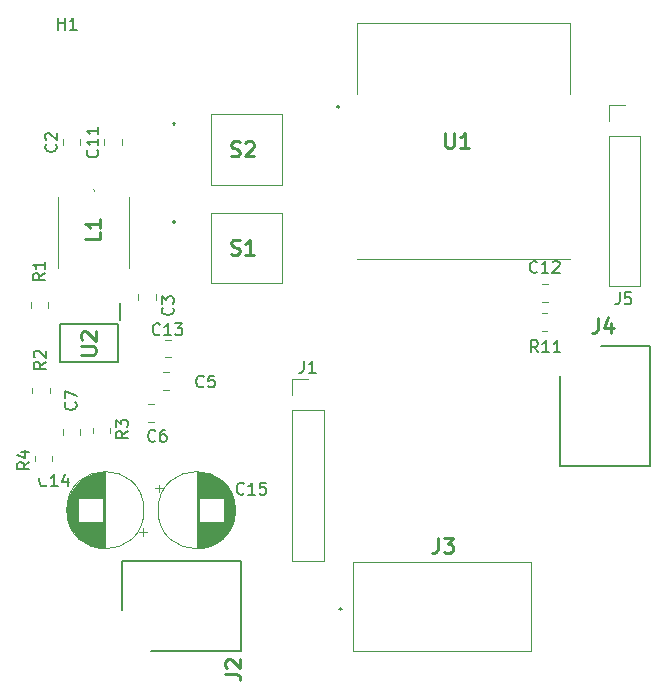
<source format=gto>
G04 #@! TF.GenerationSoftware,KiCad,Pcbnew,(5.1.8-0-10_14)*
G04 #@! TF.CreationDate,2021-08-13T20:39:07-06:00*
G04 #@! TF.ProjectId,ESP8266_Water_Sensor,45535038-3236-4365-9f57-617465725f53,rev?*
G04 #@! TF.SameCoordinates,Original*
G04 #@! TF.FileFunction,Legend,Top*
G04 #@! TF.FilePolarity,Positive*
%FSLAX46Y46*%
G04 Gerber Fmt 4.6, Leading zero omitted, Abs format (unit mm)*
G04 Created by KiCad (PCBNEW (5.1.8-0-10_14)) date 2021-08-13 20:39:07*
%MOMM*%
%LPD*%
G01*
G04 APERTURE LIST*
%ADD10C,0.200000*%
%ADD11C,0.100000*%
%ADD12C,0.120000*%
%ADD13C,0.254000*%
%ADD14C,0.150000*%
%ADD15C,3.716000*%
%ADD16O,1.801600X1.801600*%
%ADD17C,1.901600*%
%ADD18C,2.051600*%
%ADD19C,1.701600*%
G04 APERTURE END LIST*
D10*
X230600000Y-84069600D02*
X230600000Y-84069600D01*
X230800000Y-84069600D02*
X230800000Y-84069600D01*
X230600000Y-84069600D02*
X230600000Y-84069600D01*
D11*
X250300000Y-82969600D02*
X250300000Y-76969600D01*
X250300000Y-82969600D02*
X250300000Y-82969600D01*
X250300000Y-76969600D02*
X250300000Y-82969600D01*
X250300000Y-76969600D02*
X250300000Y-76969600D01*
X232300000Y-76969600D02*
X232300000Y-82969600D01*
X232300000Y-76969600D02*
X232300000Y-76969600D01*
X232300000Y-82969600D02*
X232300000Y-76969600D01*
X232300000Y-82969600D02*
X232300000Y-82969600D01*
X250300000Y-96969600D02*
X250300000Y-96969600D01*
X232300000Y-96969600D02*
X250300000Y-96969600D01*
X232300000Y-96969600D02*
X232300000Y-96969600D01*
X250300000Y-96969600D02*
X232300000Y-96969600D01*
X232300000Y-76969600D02*
X232300000Y-76969600D01*
X250300000Y-76969600D02*
X232300000Y-76969600D01*
X250300000Y-76969600D02*
X250300000Y-76969600D01*
X232300000Y-76969600D02*
X250300000Y-76969600D01*
D10*
X230800000Y-84069600D02*
G75*
G02*
X230600000Y-84069600I-100000J0D01*
G01*
X230600000Y-84069600D02*
G75*
G02*
X230800000Y-84069600I100000J0D01*
G01*
X230800000Y-84069600D02*
G75*
G02*
X230600000Y-84069600I-100000J0D01*
G01*
D12*
X207392600Y-87332452D02*
X207392600Y-86809948D01*
X208862600Y-87332452D02*
X208862600Y-86809948D01*
X215263400Y-100438852D02*
X215263400Y-99916348D01*
X213793400Y-100438852D02*
X213793400Y-99916348D01*
X215892748Y-106554600D02*
X216415252Y-106554600D01*
X215892748Y-108024600D02*
X216415252Y-108024600D01*
X214601248Y-109247000D02*
X215123752Y-109247000D01*
X214601248Y-110717000D02*
X215123752Y-110717000D01*
X207392600Y-111346348D02*
X207392600Y-111868852D01*
X208862600Y-111346348D02*
X208862600Y-111868852D01*
X248470052Y-100557000D02*
X247947548Y-100557000D01*
X248470052Y-99087000D02*
X247947548Y-99087000D01*
X226812800Y-107128000D02*
X228142800Y-107128000D01*
X226812800Y-108458000D02*
X226812800Y-107128000D01*
X226812800Y-109728000D02*
X229472800Y-109728000D01*
X229472800Y-109728000D02*
X229472800Y-122488000D01*
X226812800Y-109728000D02*
X226812800Y-122488000D01*
X226812800Y-122488000D02*
X229472800Y-122488000D01*
D10*
X214884000Y-130144400D02*
X222484000Y-130144400D01*
X222484000Y-130144400D02*
X222484000Y-122544400D01*
X222484000Y-122544400D02*
X212384000Y-122544400D01*
X212384000Y-122544400D02*
X212384000Y-126644400D01*
X257084000Y-104332400D02*
X252984000Y-104332400D01*
X257084000Y-114432400D02*
X257084000Y-104332400D01*
X249484000Y-114432400D02*
X257084000Y-114432400D01*
X249484000Y-106832400D02*
X249484000Y-114432400D01*
D12*
X253635200Y-99272400D02*
X256295200Y-99272400D01*
X253635200Y-86512400D02*
X253635200Y-99272400D01*
X256295200Y-86512400D02*
X256295200Y-99272400D01*
X253635200Y-86512400D02*
X256295200Y-86512400D01*
X253635200Y-85242400D02*
X253635200Y-83912400D01*
X253635200Y-83912400D02*
X254965200Y-83912400D01*
D11*
X210007200Y-91086400D02*
X210007200Y-91086400D01*
X210007200Y-91186400D02*
X210007200Y-91186400D01*
X207007200Y-91686400D02*
X207007200Y-97686400D01*
X213007200Y-91686400D02*
X213007200Y-97686400D01*
X210007200Y-91086400D02*
G75*
G03*
X210007200Y-91186400I0J-50000D01*
G01*
X210007200Y-91186400D02*
G75*
G03*
X210007200Y-91086400I0J50000D01*
G01*
D12*
X206170200Y-100610936D02*
X206170200Y-101065064D01*
X204700200Y-100610936D02*
X204700200Y-101065064D01*
X206271800Y-107875336D02*
X206271800Y-108329464D01*
X204801800Y-107875336D02*
X204801800Y-108329464D01*
X211402600Y-111682264D02*
X211402600Y-111228136D01*
X209932600Y-111682264D02*
X209932600Y-111228136D01*
X206475000Y-113615736D02*
X206475000Y-114069864D01*
X205005000Y-113615736D02*
X205005000Y-114069864D01*
X247956336Y-103020800D02*
X248410464Y-103020800D01*
X247956336Y-101550800D02*
X248410464Y-101550800D01*
D11*
X219910400Y-93012000D02*
X225910400Y-93012000D01*
X225910400Y-93012000D02*
X225910400Y-99012000D01*
X225910400Y-99012000D02*
X219910400Y-99012000D01*
X219910400Y-99012000D02*
X219910400Y-93012000D01*
D10*
X216810400Y-93712000D02*
X216810400Y-93712000D01*
X216810400Y-93912000D02*
X216810400Y-93912000D01*
X216810400Y-93712000D02*
G75*
G03*
X216810400Y-93912000I0J-100000D01*
G01*
X216810400Y-93912000D02*
G75*
G03*
X216810400Y-93712000I0J100000D01*
G01*
X216810400Y-85580800D02*
X216810400Y-85580800D01*
X216810400Y-85380800D02*
X216810400Y-85380800D01*
D11*
X219910400Y-90680800D02*
X219910400Y-84680800D01*
X225910400Y-90680800D02*
X219910400Y-90680800D01*
X225910400Y-84680800D02*
X225910400Y-90680800D01*
X219910400Y-84680800D02*
X225910400Y-84680800D01*
D10*
X216810400Y-85580800D02*
G75*
G03*
X216810400Y-85380800I0J100000D01*
G01*
X216810400Y-85380800D02*
G75*
G03*
X216810400Y-85580800I0J-100000D01*
G01*
X212206200Y-100639200D02*
X212206200Y-102139200D01*
X207176200Y-102489200D02*
X212076200Y-102489200D01*
X207176200Y-105689200D02*
X207176200Y-102489200D01*
X212076200Y-105689200D02*
X207176200Y-105689200D01*
X212076200Y-102489200D02*
X212076200Y-105689200D01*
D12*
X210897800Y-87332452D02*
X210897800Y-86809948D01*
X212367800Y-87332452D02*
X212367800Y-86809948D01*
X216045148Y-105281400D02*
X216567652Y-105281400D01*
X216045148Y-103811400D02*
X216567652Y-103811400D01*
D10*
X230792800Y-126593600D02*
X230792800Y-126593600D01*
X230992800Y-126593600D02*
X230992800Y-126593600D01*
D11*
X231992800Y-130093600D02*
X231992800Y-122593600D01*
X246992800Y-130093600D02*
X231992800Y-130093600D01*
X246992800Y-122593600D02*
X246992800Y-130093600D01*
X231992800Y-122593600D02*
X246992800Y-122593600D01*
D10*
X230792800Y-126593600D02*
G75*
G02*
X230992800Y-126593600I100000J0D01*
G01*
X230992800Y-126593600D02*
G75*
G02*
X230792800Y-126593600I-100000J0D01*
G01*
D12*
X214177641Y-120365600D02*
X214177641Y-119735600D01*
X214492641Y-120050600D02*
X213862641Y-120050600D01*
X207751400Y-118613600D02*
X207751400Y-117809600D01*
X207791400Y-118844600D02*
X207791400Y-117578600D01*
X207831400Y-119013600D02*
X207831400Y-117409600D01*
X207871400Y-119151600D02*
X207871400Y-117271600D01*
X207911400Y-119270600D02*
X207911400Y-117152600D01*
X207951400Y-119376600D02*
X207951400Y-117046600D01*
X207991400Y-119473600D02*
X207991400Y-116949600D01*
X208031400Y-119561600D02*
X208031400Y-116861600D01*
X208071400Y-119643600D02*
X208071400Y-116779600D01*
X208111400Y-119720600D02*
X208111400Y-116702600D01*
X208151400Y-119792600D02*
X208151400Y-116630600D01*
X208191400Y-119861600D02*
X208191400Y-116561600D01*
X208231400Y-119925600D02*
X208231400Y-116497600D01*
X208271400Y-119987600D02*
X208271400Y-116435600D01*
X208311400Y-120045600D02*
X208311400Y-116377600D01*
X208351400Y-120101600D02*
X208351400Y-116321600D01*
X208391400Y-120155600D02*
X208391400Y-116267600D01*
X208431400Y-120206600D02*
X208431400Y-116216600D01*
X208471400Y-120255600D02*
X208471400Y-116167600D01*
X208511400Y-120303600D02*
X208511400Y-116119600D01*
X208551400Y-120348600D02*
X208551400Y-116074600D01*
X208591400Y-120393600D02*
X208591400Y-116029600D01*
X208631400Y-120435600D02*
X208631400Y-115987600D01*
X208671400Y-120476600D02*
X208671400Y-115946600D01*
X208711400Y-117171600D02*
X208711400Y-115906600D01*
X208711400Y-120516600D02*
X208711400Y-119251600D01*
X208751400Y-117171600D02*
X208751400Y-115868600D01*
X208751400Y-120554600D02*
X208751400Y-119251600D01*
X208791400Y-117171600D02*
X208791400Y-115831600D01*
X208791400Y-120591600D02*
X208791400Y-119251600D01*
X208831400Y-117171600D02*
X208831400Y-115795600D01*
X208831400Y-120627600D02*
X208831400Y-119251600D01*
X208871400Y-117171600D02*
X208871400Y-115761600D01*
X208871400Y-120661600D02*
X208871400Y-119251600D01*
X208911400Y-117171600D02*
X208911400Y-115727600D01*
X208911400Y-120695600D02*
X208911400Y-119251600D01*
X208951400Y-117171600D02*
X208951400Y-115695600D01*
X208951400Y-120727600D02*
X208951400Y-119251600D01*
X208991400Y-117171600D02*
X208991400Y-115663600D01*
X208991400Y-120759600D02*
X208991400Y-119251600D01*
X209031400Y-117171600D02*
X209031400Y-115633600D01*
X209031400Y-120789600D02*
X209031400Y-119251600D01*
X209071400Y-117171600D02*
X209071400Y-115604600D01*
X209071400Y-120818600D02*
X209071400Y-119251600D01*
X209111400Y-117171600D02*
X209111400Y-115575600D01*
X209111400Y-120847600D02*
X209111400Y-119251600D01*
X209151400Y-117171600D02*
X209151400Y-115547600D01*
X209151400Y-120875600D02*
X209151400Y-119251600D01*
X209191400Y-117171600D02*
X209191400Y-115521600D01*
X209191400Y-120901600D02*
X209191400Y-119251600D01*
X209231400Y-117171600D02*
X209231400Y-115495600D01*
X209231400Y-120927600D02*
X209231400Y-119251600D01*
X209271400Y-117171600D02*
X209271400Y-115469600D01*
X209271400Y-120953600D02*
X209271400Y-119251600D01*
X209311400Y-117171600D02*
X209311400Y-115445600D01*
X209311400Y-120977600D02*
X209311400Y-119251600D01*
X209351400Y-117171600D02*
X209351400Y-115421600D01*
X209351400Y-121001600D02*
X209351400Y-119251600D01*
X209391400Y-117171600D02*
X209391400Y-115399600D01*
X209391400Y-121023600D02*
X209391400Y-119251600D01*
X209431400Y-117171600D02*
X209431400Y-115377600D01*
X209431400Y-121045600D02*
X209431400Y-119251600D01*
X209471400Y-117171600D02*
X209471400Y-115355600D01*
X209471400Y-121067600D02*
X209471400Y-119251600D01*
X209511400Y-117171600D02*
X209511400Y-115335600D01*
X209511400Y-121087600D02*
X209511400Y-119251600D01*
X209551400Y-117171600D02*
X209551400Y-115315600D01*
X209551400Y-121107600D02*
X209551400Y-119251600D01*
X209591400Y-117171600D02*
X209591400Y-115295600D01*
X209591400Y-121127600D02*
X209591400Y-119251600D01*
X209631400Y-117171600D02*
X209631400Y-115277600D01*
X209631400Y-121145600D02*
X209631400Y-119251600D01*
X209671400Y-117171600D02*
X209671400Y-115259600D01*
X209671400Y-121163600D02*
X209671400Y-119251600D01*
X209711400Y-117171600D02*
X209711400Y-115241600D01*
X209711400Y-121181600D02*
X209711400Y-119251600D01*
X209751400Y-117171600D02*
X209751400Y-115225600D01*
X209751400Y-121197600D02*
X209751400Y-119251600D01*
X209791400Y-117171600D02*
X209791400Y-115209600D01*
X209791400Y-121213600D02*
X209791400Y-119251600D01*
X209831400Y-117171600D02*
X209831400Y-115193600D01*
X209831400Y-121229600D02*
X209831400Y-119251600D01*
X209871400Y-117171600D02*
X209871400Y-115178600D01*
X209871400Y-121244600D02*
X209871400Y-119251600D01*
X209911400Y-117171600D02*
X209911400Y-115164600D01*
X209911400Y-121258600D02*
X209911400Y-119251600D01*
X209951400Y-117171600D02*
X209951400Y-115150600D01*
X209951400Y-121272600D02*
X209951400Y-119251600D01*
X209991400Y-117171600D02*
X209991400Y-115137600D01*
X209991400Y-121285600D02*
X209991400Y-119251600D01*
X210031400Y-117171600D02*
X210031400Y-115125600D01*
X210031400Y-121297600D02*
X210031400Y-119251600D01*
X210071400Y-117171600D02*
X210071400Y-115113600D01*
X210071400Y-121309600D02*
X210071400Y-119251600D01*
X210111400Y-117171600D02*
X210111400Y-115101600D01*
X210111400Y-121321600D02*
X210111400Y-119251600D01*
X210151400Y-117171600D02*
X210151400Y-115090600D01*
X210151400Y-121332600D02*
X210151400Y-119251600D01*
X210191400Y-117171600D02*
X210191400Y-115080600D01*
X210191400Y-121342600D02*
X210191400Y-119251600D01*
X210231400Y-117171600D02*
X210231400Y-115070600D01*
X210231400Y-121352600D02*
X210231400Y-119251600D01*
X210271400Y-117171600D02*
X210271400Y-115061600D01*
X210271400Y-121361600D02*
X210271400Y-119251600D01*
X210312400Y-117171600D02*
X210312400Y-115052600D01*
X210312400Y-121370600D02*
X210312400Y-119251600D01*
X210352400Y-117171600D02*
X210352400Y-115044600D01*
X210352400Y-121378600D02*
X210352400Y-119251600D01*
X210392400Y-117171600D02*
X210392400Y-115036600D01*
X210392400Y-121386600D02*
X210392400Y-119251600D01*
X210432400Y-117171600D02*
X210432400Y-115029600D01*
X210432400Y-121393600D02*
X210432400Y-119251600D01*
X210472400Y-117171600D02*
X210472400Y-115022600D01*
X210472400Y-121400600D02*
X210472400Y-119251600D01*
X210512400Y-117171600D02*
X210512400Y-115016600D01*
X210512400Y-121406600D02*
X210512400Y-119251600D01*
X210552400Y-117171600D02*
X210552400Y-115010600D01*
X210552400Y-121412600D02*
X210552400Y-119251600D01*
X210592400Y-117171600D02*
X210592400Y-115005600D01*
X210592400Y-121417600D02*
X210592400Y-119251600D01*
X210632400Y-117171600D02*
X210632400Y-115000600D01*
X210632400Y-121422600D02*
X210632400Y-119251600D01*
X210672400Y-117171600D02*
X210672400Y-114996600D01*
X210672400Y-121426600D02*
X210672400Y-119251600D01*
X210712400Y-117171600D02*
X210712400Y-114993600D01*
X210712400Y-121429600D02*
X210712400Y-119251600D01*
X210752400Y-117171600D02*
X210752400Y-114989600D01*
X210752400Y-121433600D02*
X210752400Y-119251600D01*
X210792400Y-121435600D02*
X210792400Y-114987600D01*
X210832400Y-121438600D02*
X210832400Y-114984600D01*
X210872400Y-121439600D02*
X210872400Y-114983600D01*
X210912400Y-121441600D02*
X210912400Y-114981600D01*
X210952400Y-121441600D02*
X210952400Y-114981600D01*
X210992400Y-121441600D02*
X210992400Y-114981600D01*
X214262400Y-118211600D02*
G75*
G03*
X214262400Y-118211600I-3270000J0D01*
G01*
X221994800Y-118211600D02*
G75*
G03*
X221994800Y-118211600I-3270000J0D01*
G01*
X218724800Y-114981600D02*
X218724800Y-121441600D01*
X218764800Y-114981600D02*
X218764800Y-121441600D01*
X218804800Y-114981600D02*
X218804800Y-121441600D01*
X218844800Y-114983600D02*
X218844800Y-121439600D01*
X218884800Y-114984600D02*
X218884800Y-121438600D01*
X218924800Y-114987600D02*
X218924800Y-121435600D01*
X218964800Y-114989600D02*
X218964800Y-117171600D01*
X218964800Y-119251600D02*
X218964800Y-121433600D01*
X219004800Y-114993600D02*
X219004800Y-117171600D01*
X219004800Y-119251600D02*
X219004800Y-121429600D01*
X219044800Y-114996600D02*
X219044800Y-117171600D01*
X219044800Y-119251600D02*
X219044800Y-121426600D01*
X219084800Y-115000600D02*
X219084800Y-117171600D01*
X219084800Y-119251600D02*
X219084800Y-121422600D01*
X219124800Y-115005600D02*
X219124800Y-117171600D01*
X219124800Y-119251600D02*
X219124800Y-121417600D01*
X219164800Y-115010600D02*
X219164800Y-117171600D01*
X219164800Y-119251600D02*
X219164800Y-121412600D01*
X219204800Y-115016600D02*
X219204800Y-117171600D01*
X219204800Y-119251600D02*
X219204800Y-121406600D01*
X219244800Y-115022600D02*
X219244800Y-117171600D01*
X219244800Y-119251600D02*
X219244800Y-121400600D01*
X219284800Y-115029600D02*
X219284800Y-117171600D01*
X219284800Y-119251600D02*
X219284800Y-121393600D01*
X219324800Y-115036600D02*
X219324800Y-117171600D01*
X219324800Y-119251600D02*
X219324800Y-121386600D01*
X219364800Y-115044600D02*
X219364800Y-117171600D01*
X219364800Y-119251600D02*
X219364800Y-121378600D01*
X219404800Y-115052600D02*
X219404800Y-117171600D01*
X219404800Y-119251600D02*
X219404800Y-121370600D01*
X219445800Y-115061600D02*
X219445800Y-117171600D01*
X219445800Y-119251600D02*
X219445800Y-121361600D01*
X219485800Y-115070600D02*
X219485800Y-117171600D01*
X219485800Y-119251600D02*
X219485800Y-121352600D01*
X219525800Y-115080600D02*
X219525800Y-117171600D01*
X219525800Y-119251600D02*
X219525800Y-121342600D01*
X219565800Y-115090600D02*
X219565800Y-117171600D01*
X219565800Y-119251600D02*
X219565800Y-121332600D01*
X219605800Y-115101600D02*
X219605800Y-117171600D01*
X219605800Y-119251600D02*
X219605800Y-121321600D01*
X219645800Y-115113600D02*
X219645800Y-117171600D01*
X219645800Y-119251600D02*
X219645800Y-121309600D01*
X219685800Y-115125600D02*
X219685800Y-117171600D01*
X219685800Y-119251600D02*
X219685800Y-121297600D01*
X219725800Y-115137600D02*
X219725800Y-117171600D01*
X219725800Y-119251600D02*
X219725800Y-121285600D01*
X219765800Y-115150600D02*
X219765800Y-117171600D01*
X219765800Y-119251600D02*
X219765800Y-121272600D01*
X219805800Y-115164600D02*
X219805800Y-117171600D01*
X219805800Y-119251600D02*
X219805800Y-121258600D01*
X219845800Y-115178600D02*
X219845800Y-117171600D01*
X219845800Y-119251600D02*
X219845800Y-121244600D01*
X219885800Y-115193600D02*
X219885800Y-117171600D01*
X219885800Y-119251600D02*
X219885800Y-121229600D01*
X219925800Y-115209600D02*
X219925800Y-117171600D01*
X219925800Y-119251600D02*
X219925800Y-121213600D01*
X219965800Y-115225600D02*
X219965800Y-117171600D01*
X219965800Y-119251600D02*
X219965800Y-121197600D01*
X220005800Y-115241600D02*
X220005800Y-117171600D01*
X220005800Y-119251600D02*
X220005800Y-121181600D01*
X220045800Y-115259600D02*
X220045800Y-117171600D01*
X220045800Y-119251600D02*
X220045800Y-121163600D01*
X220085800Y-115277600D02*
X220085800Y-117171600D01*
X220085800Y-119251600D02*
X220085800Y-121145600D01*
X220125800Y-115295600D02*
X220125800Y-117171600D01*
X220125800Y-119251600D02*
X220125800Y-121127600D01*
X220165800Y-115315600D02*
X220165800Y-117171600D01*
X220165800Y-119251600D02*
X220165800Y-121107600D01*
X220205800Y-115335600D02*
X220205800Y-117171600D01*
X220205800Y-119251600D02*
X220205800Y-121087600D01*
X220245800Y-115355600D02*
X220245800Y-117171600D01*
X220245800Y-119251600D02*
X220245800Y-121067600D01*
X220285800Y-115377600D02*
X220285800Y-117171600D01*
X220285800Y-119251600D02*
X220285800Y-121045600D01*
X220325800Y-115399600D02*
X220325800Y-117171600D01*
X220325800Y-119251600D02*
X220325800Y-121023600D01*
X220365800Y-115421600D02*
X220365800Y-117171600D01*
X220365800Y-119251600D02*
X220365800Y-121001600D01*
X220405800Y-115445600D02*
X220405800Y-117171600D01*
X220405800Y-119251600D02*
X220405800Y-120977600D01*
X220445800Y-115469600D02*
X220445800Y-117171600D01*
X220445800Y-119251600D02*
X220445800Y-120953600D01*
X220485800Y-115495600D02*
X220485800Y-117171600D01*
X220485800Y-119251600D02*
X220485800Y-120927600D01*
X220525800Y-115521600D02*
X220525800Y-117171600D01*
X220525800Y-119251600D02*
X220525800Y-120901600D01*
X220565800Y-115547600D02*
X220565800Y-117171600D01*
X220565800Y-119251600D02*
X220565800Y-120875600D01*
X220605800Y-115575600D02*
X220605800Y-117171600D01*
X220605800Y-119251600D02*
X220605800Y-120847600D01*
X220645800Y-115604600D02*
X220645800Y-117171600D01*
X220645800Y-119251600D02*
X220645800Y-120818600D01*
X220685800Y-115633600D02*
X220685800Y-117171600D01*
X220685800Y-119251600D02*
X220685800Y-120789600D01*
X220725800Y-115663600D02*
X220725800Y-117171600D01*
X220725800Y-119251600D02*
X220725800Y-120759600D01*
X220765800Y-115695600D02*
X220765800Y-117171600D01*
X220765800Y-119251600D02*
X220765800Y-120727600D01*
X220805800Y-115727600D02*
X220805800Y-117171600D01*
X220805800Y-119251600D02*
X220805800Y-120695600D01*
X220845800Y-115761600D02*
X220845800Y-117171600D01*
X220845800Y-119251600D02*
X220845800Y-120661600D01*
X220885800Y-115795600D02*
X220885800Y-117171600D01*
X220885800Y-119251600D02*
X220885800Y-120627600D01*
X220925800Y-115831600D02*
X220925800Y-117171600D01*
X220925800Y-119251600D02*
X220925800Y-120591600D01*
X220965800Y-115868600D02*
X220965800Y-117171600D01*
X220965800Y-119251600D02*
X220965800Y-120554600D01*
X221005800Y-115906600D02*
X221005800Y-117171600D01*
X221005800Y-119251600D02*
X221005800Y-120516600D01*
X221045800Y-115946600D02*
X221045800Y-120476600D01*
X221085800Y-115987600D02*
X221085800Y-120435600D01*
X221125800Y-116029600D02*
X221125800Y-120393600D01*
X221165800Y-116074600D02*
X221165800Y-120348600D01*
X221205800Y-116119600D02*
X221205800Y-120303600D01*
X221245800Y-116167600D02*
X221245800Y-120255600D01*
X221285800Y-116216600D02*
X221285800Y-120206600D01*
X221325800Y-116267600D02*
X221325800Y-120155600D01*
X221365800Y-116321600D02*
X221365800Y-120101600D01*
X221405800Y-116377600D02*
X221405800Y-120045600D01*
X221445800Y-116435600D02*
X221445800Y-119987600D01*
X221485800Y-116497600D02*
X221485800Y-119925600D01*
X221525800Y-116561600D02*
X221525800Y-119861600D01*
X221565800Y-116630600D02*
X221565800Y-119792600D01*
X221605800Y-116702600D02*
X221605800Y-119720600D01*
X221645800Y-116779600D02*
X221645800Y-119643600D01*
X221685800Y-116861600D02*
X221685800Y-119561600D01*
X221725800Y-116949600D02*
X221725800Y-119473600D01*
X221765800Y-117046600D02*
X221765800Y-119376600D01*
X221805800Y-117152600D02*
X221805800Y-119270600D01*
X221845800Y-117271600D02*
X221845800Y-119151600D01*
X221885800Y-117409600D02*
X221885800Y-119013600D01*
X221925800Y-117578600D02*
X221925800Y-118844600D01*
X221965800Y-117809600D02*
X221965800Y-118613600D01*
X215224559Y-116372600D02*
X215854559Y-116372600D01*
X215539559Y-116057600D02*
X215539559Y-116687600D01*
D13*
X239782380Y-86274123D02*
X239782380Y-87302219D01*
X239842857Y-87423171D01*
X239903333Y-87483647D01*
X240024285Y-87544123D01*
X240266190Y-87544123D01*
X240387142Y-87483647D01*
X240447619Y-87423171D01*
X240508095Y-87302219D01*
X240508095Y-86274123D01*
X241778095Y-87544123D02*
X241052380Y-87544123D01*
X241415238Y-87544123D02*
X241415238Y-86274123D01*
X241294285Y-86455552D01*
X241173333Y-86576504D01*
X241052380Y-86636980D01*
D14*
X206804742Y-87237866D02*
X206852361Y-87285485D01*
X206899980Y-87428342D01*
X206899980Y-87523580D01*
X206852361Y-87666438D01*
X206757123Y-87761676D01*
X206661885Y-87809295D01*
X206471409Y-87856914D01*
X206328552Y-87856914D01*
X206138076Y-87809295D01*
X206042838Y-87761676D01*
X205947600Y-87666438D01*
X205899980Y-87523580D01*
X205899980Y-87428342D01*
X205947600Y-87285485D01*
X205995219Y-87237866D01*
X205995219Y-86856914D02*
X205947600Y-86809295D01*
X205899980Y-86714057D01*
X205899980Y-86475961D01*
X205947600Y-86380723D01*
X205995219Y-86333104D01*
X206090457Y-86285485D01*
X206185695Y-86285485D01*
X206328552Y-86333104D01*
X206899980Y-86904533D01*
X206899980Y-86285485D01*
X216688942Y-101072066D02*
X216736561Y-101119685D01*
X216784180Y-101262542D01*
X216784180Y-101357780D01*
X216736561Y-101500638D01*
X216641323Y-101595876D01*
X216546085Y-101643495D01*
X216355609Y-101691114D01*
X216212752Y-101691114D01*
X216022276Y-101643495D01*
X215927038Y-101595876D01*
X215831800Y-101500638D01*
X215784180Y-101357780D01*
X215784180Y-101262542D01*
X215831800Y-101119685D01*
X215879419Y-101072066D01*
X215784180Y-100738733D02*
X215784180Y-100119685D01*
X216165133Y-100453019D01*
X216165133Y-100310161D01*
X216212752Y-100214923D01*
X216260371Y-100167304D01*
X216355609Y-100119685D01*
X216593704Y-100119685D01*
X216688942Y-100167304D01*
X216736561Y-100214923D01*
X216784180Y-100310161D01*
X216784180Y-100595876D01*
X216736561Y-100691114D01*
X216688942Y-100738733D01*
X219314733Y-107722942D02*
X219267114Y-107770561D01*
X219124257Y-107818180D01*
X219029019Y-107818180D01*
X218886161Y-107770561D01*
X218790923Y-107675323D01*
X218743304Y-107580085D01*
X218695685Y-107389609D01*
X218695685Y-107246752D01*
X218743304Y-107056276D01*
X218790923Y-106961038D01*
X218886161Y-106865800D01*
X219029019Y-106818180D01*
X219124257Y-106818180D01*
X219267114Y-106865800D01*
X219314733Y-106913419D01*
X220219495Y-106818180D02*
X219743304Y-106818180D01*
X219695685Y-107294371D01*
X219743304Y-107246752D01*
X219838542Y-107199133D01*
X220076638Y-107199133D01*
X220171876Y-107246752D01*
X220219495Y-107294371D01*
X220267114Y-107389609D01*
X220267114Y-107627704D01*
X220219495Y-107722942D01*
X220171876Y-107770561D01*
X220076638Y-107818180D01*
X219838542Y-107818180D01*
X219743304Y-107770561D01*
X219695685Y-107722942D01*
X215225333Y-112320342D02*
X215177714Y-112367961D01*
X215034857Y-112415580D01*
X214939619Y-112415580D01*
X214796761Y-112367961D01*
X214701523Y-112272723D01*
X214653904Y-112177485D01*
X214606285Y-111987009D01*
X214606285Y-111844152D01*
X214653904Y-111653676D01*
X214701523Y-111558438D01*
X214796761Y-111463200D01*
X214939619Y-111415580D01*
X215034857Y-111415580D01*
X215177714Y-111463200D01*
X215225333Y-111510819D01*
X216082476Y-111415580D02*
X215892000Y-111415580D01*
X215796761Y-111463200D01*
X215749142Y-111510819D01*
X215653904Y-111653676D01*
X215606285Y-111844152D01*
X215606285Y-112225104D01*
X215653904Y-112320342D01*
X215701523Y-112367961D01*
X215796761Y-112415580D01*
X215987238Y-112415580D01*
X216082476Y-112367961D01*
X216130095Y-112320342D01*
X216177714Y-112225104D01*
X216177714Y-111987009D01*
X216130095Y-111891771D01*
X216082476Y-111844152D01*
X215987238Y-111796533D01*
X215796761Y-111796533D01*
X215701523Y-111844152D01*
X215653904Y-111891771D01*
X215606285Y-111987009D01*
X208459342Y-109081866D02*
X208506961Y-109129485D01*
X208554580Y-109272342D01*
X208554580Y-109367580D01*
X208506961Y-109510438D01*
X208411723Y-109605676D01*
X208316485Y-109653295D01*
X208126009Y-109700914D01*
X207983152Y-109700914D01*
X207792676Y-109653295D01*
X207697438Y-109605676D01*
X207602200Y-109510438D01*
X207554580Y-109367580D01*
X207554580Y-109272342D01*
X207602200Y-109129485D01*
X207649819Y-109081866D01*
X207554580Y-108748533D02*
X207554580Y-108081866D01*
X208554580Y-108510438D01*
X247540542Y-98020142D02*
X247492923Y-98067761D01*
X247350066Y-98115380D01*
X247254828Y-98115380D01*
X247111971Y-98067761D01*
X247016733Y-97972523D01*
X246969114Y-97877285D01*
X246921495Y-97686809D01*
X246921495Y-97543952D01*
X246969114Y-97353476D01*
X247016733Y-97258238D01*
X247111971Y-97163000D01*
X247254828Y-97115380D01*
X247350066Y-97115380D01*
X247492923Y-97163000D01*
X247540542Y-97210619D01*
X248492923Y-98115380D02*
X247921495Y-98115380D01*
X248207209Y-98115380D02*
X248207209Y-97115380D01*
X248111971Y-97258238D01*
X248016733Y-97353476D01*
X247921495Y-97401095D01*
X248873876Y-97210619D02*
X248921495Y-97163000D01*
X249016733Y-97115380D01*
X249254828Y-97115380D01*
X249350066Y-97163000D01*
X249397685Y-97210619D01*
X249445304Y-97305857D01*
X249445304Y-97401095D01*
X249397685Y-97543952D01*
X248826257Y-98115380D01*
X249445304Y-98115380D01*
X227809466Y-105580380D02*
X227809466Y-106294666D01*
X227761847Y-106437523D01*
X227666609Y-106532761D01*
X227523752Y-106580380D01*
X227428514Y-106580380D01*
X228809466Y-106580380D02*
X228238038Y-106580380D01*
X228523752Y-106580380D02*
X228523752Y-105580380D01*
X228428514Y-105723238D01*
X228333276Y-105818476D01*
X228238038Y-105866095D01*
D13*
X221148123Y-132096933D02*
X222055266Y-132096933D01*
X222236695Y-132157409D01*
X222357647Y-132278361D01*
X222418123Y-132459790D01*
X222418123Y-132580742D01*
X221269076Y-131552647D02*
X221208600Y-131492171D01*
X221148123Y-131371219D01*
X221148123Y-131068838D01*
X221208600Y-130947885D01*
X221269076Y-130887409D01*
X221390028Y-130826933D01*
X221510980Y-130826933D01*
X221692409Y-130887409D01*
X222418123Y-131613123D01*
X222418123Y-130826933D01*
X252687666Y-101945923D02*
X252687666Y-102853066D01*
X252627190Y-103034495D01*
X252506238Y-103155447D01*
X252324809Y-103215923D01*
X252203857Y-103215923D01*
X253836714Y-102369257D02*
X253836714Y-103215923D01*
X253534333Y-101885447D02*
X253231952Y-102792590D01*
X254018142Y-102792590D01*
D14*
X254530266Y-99782380D02*
X254530266Y-100496666D01*
X254482647Y-100639523D01*
X254387409Y-100734761D01*
X254244552Y-100782380D01*
X254149314Y-100782380D01*
X255482647Y-99782380D02*
X255006457Y-99782380D01*
X254958838Y-100258571D01*
X255006457Y-100210952D01*
X255101695Y-100163333D01*
X255339790Y-100163333D01*
X255435028Y-100210952D01*
X255482647Y-100258571D01*
X255530266Y-100353809D01*
X255530266Y-100591904D01*
X255482647Y-100687142D01*
X255435028Y-100734761D01*
X255339790Y-100782380D01*
X255101695Y-100782380D01*
X255006457Y-100734761D01*
X254958838Y-100687142D01*
D13*
X210581723Y-94673066D02*
X210581723Y-95277828D01*
X209311723Y-95277828D01*
X210581723Y-93584495D02*
X210581723Y-94310209D01*
X210581723Y-93947352D02*
X209311723Y-93947352D01*
X209493152Y-94068304D01*
X209614104Y-94189257D01*
X209674580Y-94310209D01*
D14*
X205862180Y-98134466D02*
X205385990Y-98467800D01*
X205862180Y-98705895D02*
X204862180Y-98705895D01*
X204862180Y-98324942D01*
X204909800Y-98229704D01*
X204957419Y-98182085D01*
X205052657Y-98134466D01*
X205195514Y-98134466D01*
X205290752Y-98182085D01*
X205338371Y-98229704D01*
X205385990Y-98324942D01*
X205385990Y-98705895D01*
X205862180Y-97182085D02*
X205862180Y-97753514D01*
X205862180Y-97467800D02*
X204862180Y-97467800D01*
X205005038Y-97563038D01*
X205100276Y-97658276D01*
X205147895Y-97753514D01*
X205938380Y-105652866D02*
X205462190Y-105986200D01*
X205938380Y-106224295D02*
X204938380Y-106224295D01*
X204938380Y-105843342D01*
X204986000Y-105748104D01*
X205033619Y-105700485D01*
X205128857Y-105652866D01*
X205271714Y-105652866D01*
X205366952Y-105700485D01*
X205414571Y-105748104D01*
X205462190Y-105843342D01*
X205462190Y-106224295D01*
X205033619Y-105271914D02*
X204986000Y-105224295D01*
X204938380Y-105129057D01*
X204938380Y-104890961D01*
X204986000Y-104795723D01*
X205033619Y-104748104D01*
X205128857Y-104700485D01*
X205224095Y-104700485D01*
X205366952Y-104748104D01*
X205938380Y-105319533D01*
X205938380Y-104700485D01*
X212897980Y-111510866D02*
X212421790Y-111844200D01*
X212897980Y-112082295D02*
X211897980Y-112082295D01*
X211897980Y-111701342D01*
X211945600Y-111606104D01*
X211993219Y-111558485D01*
X212088457Y-111510866D01*
X212231314Y-111510866D01*
X212326552Y-111558485D01*
X212374171Y-111606104D01*
X212421790Y-111701342D01*
X212421790Y-112082295D01*
X211897980Y-111177533D02*
X211897980Y-110558485D01*
X212278933Y-110891819D01*
X212278933Y-110748961D01*
X212326552Y-110653723D01*
X212374171Y-110606104D01*
X212469409Y-110558485D01*
X212707504Y-110558485D01*
X212802742Y-110606104D01*
X212850361Y-110653723D01*
X212897980Y-110748961D01*
X212897980Y-111034676D01*
X212850361Y-111129914D01*
X212802742Y-111177533D01*
X204541380Y-114152466D02*
X204065190Y-114485800D01*
X204541380Y-114723895D02*
X203541380Y-114723895D01*
X203541380Y-114342942D01*
X203589000Y-114247704D01*
X203636619Y-114200085D01*
X203731857Y-114152466D01*
X203874714Y-114152466D01*
X203969952Y-114200085D01*
X204017571Y-114247704D01*
X204065190Y-114342942D01*
X204065190Y-114723895D01*
X203874714Y-113295323D02*
X204541380Y-113295323D01*
X203493761Y-113533419D02*
X204208047Y-113771514D01*
X204208047Y-113152466D01*
X247616742Y-104846380D02*
X247283409Y-104370190D01*
X247045314Y-104846380D02*
X247045314Y-103846380D01*
X247426266Y-103846380D01*
X247521504Y-103894000D01*
X247569123Y-103941619D01*
X247616742Y-104036857D01*
X247616742Y-104179714D01*
X247569123Y-104274952D01*
X247521504Y-104322571D01*
X247426266Y-104370190D01*
X247045314Y-104370190D01*
X248569123Y-104846380D02*
X247997695Y-104846380D01*
X248283409Y-104846380D02*
X248283409Y-103846380D01*
X248188171Y-103989238D01*
X248092933Y-104084476D01*
X247997695Y-104132095D01*
X249521504Y-104846380D02*
X248950076Y-104846380D01*
X249235790Y-104846380D02*
X249235790Y-103846380D01*
X249140552Y-103989238D01*
X249045314Y-104084476D01*
X248950076Y-104132095D01*
D13*
X221642780Y-96526047D02*
X221824209Y-96586523D01*
X222126590Y-96586523D01*
X222247542Y-96526047D01*
X222308019Y-96465571D01*
X222368495Y-96344619D01*
X222368495Y-96223666D01*
X222308019Y-96102714D01*
X222247542Y-96042238D01*
X222126590Y-95981761D01*
X221884685Y-95921285D01*
X221763733Y-95860809D01*
X221703257Y-95800333D01*
X221642780Y-95679380D01*
X221642780Y-95558428D01*
X221703257Y-95437476D01*
X221763733Y-95377000D01*
X221884685Y-95316523D01*
X222187066Y-95316523D01*
X222368495Y-95377000D01*
X223578019Y-96586523D02*
X222852304Y-96586523D01*
X223215161Y-96586523D02*
X223215161Y-95316523D01*
X223094209Y-95497952D01*
X222973257Y-95618904D01*
X222852304Y-95679380D01*
X221642780Y-88194847D02*
X221824209Y-88255323D01*
X222126590Y-88255323D01*
X222247542Y-88194847D01*
X222308019Y-88134371D01*
X222368495Y-88013419D01*
X222368495Y-87892466D01*
X222308019Y-87771514D01*
X222247542Y-87711038D01*
X222126590Y-87650561D01*
X221884685Y-87590085D01*
X221763733Y-87529609D01*
X221703257Y-87469133D01*
X221642780Y-87348180D01*
X221642780Y-87227228D01*
X221703257Y-87106276D01*
X221763733Y-87045800D01*
X221884685Y-86985323D01*
X222187066Y-86985323D01*
X222368495Y-87045800D01*
X222852304Y-87106276D02*
X222912780Y-87045800D01*
X223033733Y-86985323D01*
X223336114Y-86985323D01*
X223457066Y-87045800D01*
X223517542Y-87106276D01*
X223578019Y-87227228D01*
X223578019Y-87348180D01*
X223517542Y-87529609D01*
X222791828Y-88255323D01*
X223578019Y-88255323D01*
X208930723Y-105056819D02*
X209958819Y-105056819D01*
X210079771Y-104996342D01*
X210140247Y-104935866D01*
X210200723Y-104814914D01*
X210200723Y-104573009D01*
X210140247Y-104452057D01*
X210079771Y-104391580D01*
X209958819Y-104331104D01*
X208930723Y-104331104D01*
X209051676Y-103786819D02*
X208991200Y-103726342D01*
X208930723Y-103605390D01*
X208930723Y-103303009D01*
X208991200Y-103182057D01*
X209051676Y-103121580D01*
X209172628Y-103061104D01*
X209293580Y-103061104D01*
X209475009Y-103121580D01*
X210200723Y-103847295D01*
X210200723Y-103061104D01*
D14*
X210309942Y-87714057D02*
X210357561Y-87761676D01*
X210405180Y-87904533D01*
X210405180Y-87999771D01*
X210357561Y-88142628D01*
X210262323Y-88237866D01*
X210167085Y-88285485D01*
X209976609Y-88333104D01*
X209833752Y-88333104D01*
X209643276Y-88285485D01*
X209548038Y-88237866D01*
X209452800Y-88142628D01*
X209405180Y-87999771D01*
X209405180Y-87904533D01*
X209452800Y-87761676D01*
X209500419Y-87714057D01*
X210405180Y-86761676D02*
X210405180Y-87333104D01*
X210405180Y-87047390D02*
X209405180Y-87047390D01*
X209548038Y-87142628D01*
X209643276Y-87237866D01*
X209690895Y-87333104D01*
X210405180Y-85809295D02*
X210405180Y-86380723D01*
X210405180Y-86095009D02*
X209405180Y-86095009D01*
X209548038Y-86190247D01*
X209643276Y-86285485D01*
X209690895Y-86380723D01*
X215612742Y-103303342D02*
X215565123Y-103350961D01*
X215422266Y-103398580D01*
X215327028Y-103398580D01*
X215184171Y-103350961D01*
X215088933Y-103255723D01*
X215041314Y-103160485D01*
X214993695Y-102970009D01*
X214993695Y-102827152D01*
X215041314Y-102636676D01*
X215088933Y-102541438D01*
X215184171Y-102446200D01*
X215327028Y-102398580D01*
X215422266Y-102398580D01*
X215565123Y-102446200D01*
X215612742Y-102493819D01*
X216565123Y-103398580D02*
X215993695Y-103398580D01*
X216279409Y-103398580D02*
X216279409Y-102398580D01*
X216184171Y-102541438D01*
X216088933Y-102636676D01*
X215993695Y-102684295D01*
X216898457Y-102398580D02*
X217517504Y-102398580D01*
X217184171Y-102779533D01*
X217327028Y-102779533D01*
X217422266Y-102827152D01*
X217469885Y-102874771D01*
X217517504Y-102970009D01*
X217517504Y-103208104D01*
X217469885Y-103303342D01*
X217422266Y-103350961D01*
X217327028Y-103398580D01*
X217041314Y-103398580D01*
X216946076Y-103350961D01*
X216898457Y-103303342D01*
D13*
X239149466Y-120564123D02*
X239149466Y-121471266D01*
X239088990Y-121652695D01*
X238968038Y-121773647D01*
X238786609Y-121834123D01*
X238665657Y-121834123D01*
X239633276Y-120564123D02*
X240419466Y-120564123D01*
X239996133Y-121047933D01*
X240177561Y-121047933D01*
X240298514Y-121108409D01*
X240358990Y-121168885D01*
X240419466Y-121289838D01*
X240419466Y-121592219D01*
X240358990Y-121713171D01*
X240298514Y-121773647D01*
X240177561Y-121834123D01*
X239814704Y-121834123D01*
X239693752Y-121773647D01*
X239633276Y-121713171D01*
D14*
X206000742Y-116079542D02*
X205953123Y-116127161D01*
X205810266Y-116174780D01*
X205715028Y-116174780D01*
X205572171Y-116127161D01*
X205476933Y-116031923D01*
X205429314Y-115936685D01*
X205381695Y-115746209D01*
X205381695Y-115603352D01*
X205429314Y-115412876D01*
X205476933Y-115317638D01*
X205572171Y-115222400D01*
X205715028Y-115174780D01*
X205810266Y-115174780D01*
X205953123Y-115222400D01*
X206000742Y-115270019D01*
X206953123Y-116174780D02*
X206381695Y-116174780D01*
X206667409Y-116174780D02*
X206667409Y-115174780D01*
X206572171Y-115317638D01*
X206476933Y-115412876D01*
X206381695Y-115460495D01*
X207810266Y-115508114D02*
X207810266Y-116174780D01*
X207572171Y-115127161D02*
X207334076Y-115841447D01*
X207953123Y-115841447D01*
X222724742Y-116790742D02*
X222677123Y-116838361D01*
X222534266Y-116885980D01*
X222439028Y-116885980D01*
X222296171Y-116838361D01*
X222200933Y-116743123D01*
X222153314Y-116647885D01*
X222105695Y-116457409D01*
X222105695Y-116314552D01*
X222153314Y-116124076D01*
X222200933Y-116028838D01*
X222296171Y-115933600D01*
X222439028Y-115885980D01*
X222534266Y-115885980D01*
X222677123Y-115933600D01*
X222724742Y-115981219D01*
X223677123Y-116885980D02*
X223105695Y-116885980D01*
X223391409Y-116885980D02*
X223391409Y-115885980D01*
X223296171Y-116028838D01*
X223200933Y-116124076D01*
X223105695Y-116171695D01*
X224581885Y-115885980D02*
X224105695Y-115885980D01*
X224058076Y-116362171D01*
X224105695Y-116314552D01*
X224200933Y-116266933D01*
X224439028Y-116266933D01*
X224534266Y-116314552D01*
X224581885Y-116362171D01*
X224629504Y-116457409D01*
X224629504Y-116695504D01*
X224581885Y-116790742D01*
X224534266Y-116838361D01*
X224439028Y-116885980D01*
X224200933Y-116885980D01*
X224105695Y-116838361D01*
X224058076Y-116790742D01*
X207010095Y-77524380D02*
X207010095Y-76524380D01*
X207010095Y-77000571D02*
X207581523Y-77000571D01*
X207581523Y-77524380D02*
X207581523Y-76524380D01*
X208581523Y-77524380D02*
X208010095Y-77524380D01*
X208295809Y-77524380D02*
X208295809Y-76524380D01*
X208200571Y-76667238D01*
X208105333Y-76762476D01*
X208010095Y-76810095D01*
%LPC*%
D15*
X252730000Y-125730000D03*
G36*
G01*
X233300000Y-84570400D02*
X231800000Y-84570400D01*
G75*
G02*
X231749200Y-84519600I0J50800D01*
G01*
X231749200Y-83619600D01*
G75*
G02*
X231800000Y-83568800I50800J0D01*
G01*
X233300000Y-83568800D01*
G75*
G02*
X233350800Y-83619600I0J-50800D01*
G01*
X233350800Y-84519600D01*
G75*
G02*
X233300000Y-84570400I-50800J0D01*
G01*
G37*
G36*
G01*
X233300000Y-86070400D02*
X231800000Y-86070400D01*
G75*
G02*
X231749200Y-86019600I0J50800D01*
G01*
X231749200Y-85119600D01*
G75*
G02*
X231800000Y-85068800I50800J0D01*
G01*
X233300000Y-85068800D01*
G75*
G02*
X233350800Y-85119600I0J-50800D01*
G01*
X233350800Y-86019600D01*
G75*
G02*
X233300000Y-86070400I-50800J0D01*
G01*
G37*
G36*
G01*
X233300000Y-87570400D02*
X231800000Y-87570400D01*
G75*
G02*
X231749200Y-87519600I0J50800D01*
G01*
X231749200Y-86619600D01*
G75*
G02*
X231800000Y-86568800I50800J0D01*
G01*
X233300000Y-86568800D01*
G75*
G02*
X233350800Y-86619600I0J-50800D01*
G01*
X233350800Y-87519600D01*
G75*
G02*
X233300000Y-87570400I-50800J0D01*
G01*
G37*
G36*
G01*
X233300000Y-89070400D02*
X231800000Y-89070400D01*
G75*
G02*
X231749200Y-89019600I0J50800D01*
G01*
X231749200Y-88119600D01*
G75*
G02*
X231800000Y-88068800I50800J0D01*
G01*
X233300000Y-88068800D01*
G75*
G02*
X233350800Y-88119600I0J-50800D01*
G01*
X233350800Y-89019600D01*
G75*
G02*
X233300000Y-89070400I-50800J0D01*
G01*
G37*
G36*
G01*
X233300000Y-90570400D02*
X231800000Y-90570400D01*
G75*
G02*
X231749200Y-90519600I0J50800D01*
G01*
X231749200Y-89619600D01*
G75*
G02*
X231800000Y-89568800I50800J0D01*
G01*
X233300000Y-89568800D01*
G75*
G02*
X233350800Y-89619600I0J-50800D01*
G01*
X233350800Y-90519600D01*
G75*
G02*
X233300000Y-90570400I-50800J0D01*
G01*
G37*
G36*
G01*
X233300000Y-92070400D02*
X231800000Y-92070400D01*
G75*
G02*
X231749200Y-92019600I0J50800D01*
G01*
X231749200Y-91119600D01*
G75*
G02*
X231800000Y-91068800I50800J0D01*
G01*
X233300000Y-91068800D01*
G75*
G02*
X233350800Y-91119600I0J-50800D01*
G01*
X233350800Y-92019600D01*
G75*
G02*
X233300000Y-92070400I-50800J0D01*
G01*
G37*
G36*
G01*
X233300000Y-93570400D02*
X231800000Y-93570400D01*
G75*
G02*
X231749200Y-93519600I0J50800D01*
G01*
X231749200Y-92619600D01*
G75*
G02*
X231800000Y-92568800I50800J0D01*
G01*
X233300000Y-92568800D01*
G75*
G02*
X233350800Y-92619600I0J-50800D01*
G01*
X233350800Y-93519600D01*
G75*
G02*
X233300000Y-93570400I-50800J0D01*
G01*
G37*
G36*
G01*
X233300000Y-95070400D02*
X231800000Y-95070400D01*
G75*
G02*
X231749200Y-95019600I0J50800D01*
G01*
X231749200Y-94119600D01*
G75*
G02*
X231800000Y-94068800I50800J0D01*
G01*
X233300000Y-94068800D01*
G75*
G02*
X233350800Y-94119600I0J-50800D01*
G01*
X233350800Y-95019600D01*
G75*
G02*
X233300000Y-95070400I-50800J0D01*
G01*
G37*
G36*
G01*
X233300000Y-96570400D02*
X231800000Y-96570400D01*
G75*
G02*
X231749200Y-96519600I0J50800D01*
G01*
X231749200Y-95619600D01*
G75*
G02*
X231800000Y-95568800I50800J0D01*
G01*
X233300000Y-95568800D01*
G75*
G02*
X233350800Y-95619600I0J-50800D01*
G01*
X233350800Y-96519600D01*
G75*
G02*
X233300000Y-96570400I-50800J0D01*
G01*
G37*
G36*
G01*
X250800000Y-96570400D02*
X249300000Y-96570400D01*
G75*
G02*
X249249200Y-96519600I0J50800D01*
G01*
X249249200Y-95619600D01*
G75*
G02*
X249300000Y-95568800I50800J0D01*
G01*
X250800000Y-95568800D01*
G75*
G02*
X250850800Y-95619600I0J-50800D01*
G01*
X250850800Y-96519600D01*
G75*
G02*
X250800000Y-96570400I-50800J0D01*
G01*
G37*
G36*
G01*
X250800000Y-95070400D02*
X249300000Y-95070400D01*
G75*
G02*
X249249200Y-95019600I0J50800D01*
G01*
X249249200Y-94119600D01*
G75*
G02*
X249300000Y-94068800I50800J0D01*
G01*
X250800000Y-94068800D01*
G75*
G02*
X250850800Y-94119600I0J-50800D01*
G01*
X250850800Y-95019600D01*
G75*
G02*
X250800000Y-95070400I-50800J0D01*
G01*
G37*
G36*
G01*
X250800000Y-93570400D02*
X249300000Y-93570400D01*
G75*
G02*
X249249200Y-93519600I0J50800D01*
G01*
X249249200Y-92619600D01*
G75*
G02*
X249300000Y-92568800I50800J0D01*
G01*
X250800000Y-92568800D01*
G75*
G02*
X250850800Y-92619600I0J-50800D01*
G01*
X250850800Y-93519600D01*
G75*
G02*
X250800000Y-93570400I-50800J0D01*
G01*
G37*
G36*
G01*
X250800000Y-92070400D02*
X249300000Y-92070400D01*
G75*
G02*
X249249200Y-92019600I0J50800D01*
G01*
X249249200Y-91119600D01*
G75*
G02*
X249300000Y-91068800I50800J0D01*
G01*
X250800000Y-91068800D01*
G75*
G02*
X250850800Y-91119600I0J-50800D01*
G01*
X250850800Y-92019600D01*
G75*
G02*
X250800000Y-92070400I-50800J0D01*
G01*
G37*
G36*
G01*
X250800000Y-90570400D02*
X249300000Y-90570400D01*
G75*
G02*
X249249200Y-90519600I0J50800D01*
G01*
X249249200Y-89619600D01*
G75*
G02*
X249300000Y-89568800I50800J0D01*
G01*
X250800000Y-89568800D01*
G75*
G02*
X250850800Y-89619600I0J-50800D01*
G01*
X250850800Y-90519600D01*
G75*
G02*
X250800000Y-90570400I-50800J0D01*
G01*
G37*
G36*
G01*
X250800000Y-89070400D02*
X249300000Y-89070400D01*
G75*
G02*
X249249200Y-89019600I0J50800D01*
G01*
X249249200Y-88119600D01*
G75*
G02*
X249300000Y-88068800I50800J0D01*
G01*
X250800000Y-88068800D01*
G75*
G02*
X250850800Y-88119600I0J-50800D01*
G01*
X250850800Y-89019600D01*
G75*
G02*
X250800000Y-89070400I-50800J0D01*
G01*
G37*
G36*
G01*
X250800000Y-87570400D02*
X249300000Y-87570400D01*
G75*
G02*
X249249200Y-87519600I0J50800D01*
G01*
X249249200Y-86619600D01*
G75*
G02*
X249300000Y-86568800I50800J0D01*
G01*
X250800000Y-86568800D01*
G75*
G02*
X250850800Y-86619600I0J-50800D01*
G01*
X250850800Y-87519600D01*
G75*
G02*
X250800000Y-87570400I-50800J0D01*
G01*
G37*
G36*
G01*
X250800000Y-86070400D02*
X249300000Y-86070400D01*
G75*
G02*
X249249200Y-86019600I0J50800D01*
G01*
X249249200Y-85119600D01*
G75*
G02*
X249300000Y-85068800I50800J0D01*
G01*
X250800000Y-85068800D01*
G75*
G02*
X250850800Y-85119600I0J-50800D01*
G01*
X250850800Y-86019600D01*
G75*
G02*
X250800000Y-86070400I-50800J0D01*
G01*
G37*
G36*
G01*
X250800000Y-84570400D02*
X249300000Y-84570400D01*
G75*
G02*
X249249200Y-84519600I0J50800D01*
G01*
X249249200Y-83619600D01*
G75*
G02*
X249300000Y-83568800I50800J0D01*
G01*
X250800000Y-83568800D01*
G75*
G02*
X250850800Y-83619600I0J-50800D01*
G01*
X250850800Y-84519600D01*
G75*
G02*
X250800000Y-84570400I-50800J0D01*
G01*
G37*
G36*
G01*
X244400000Y-92730400D02*
X240400000Y-92730400D01*
G75*
G02*
X240349200Y-92679600I0J50800D01*
G01*
X240349200Y-88679600D01*
G75*
G02*
X240400000Y-88628800I50800J0D01*
G01*
X244400000Y-88628800D01*
G75*
G02*
X244450800Y-88679600I0J-50800D01*
G01*
X244450800Y-92679600D01*
G75*
G02*
X244400000Y-92730400I-50800J0D01*
G01*
G37*
G36*
G01*
X208631783Y-86672000D02*
X207623417Y-86672000D01*
G75*
G02*
X207351800Y-86400383I0J271617D01*
G01*
X207351800Y-85667017D01*
G75*
G02*
X207623417Y-85395400I271617J0D01*
G01*
X208631783Y-85395400D01*
G75*
G02*
X208903400Y-85667017I0J-271617D01*
G01*
X208903400Y-86400383D01*
G75*
G02*
X208631783Y-86672000I-271617J0D01*
G01*
G37*
G36*
G01*
X208631783Y-88747000D02*
X207623417Y-88747000D01*
G75*
G02*
X207351800Y-88475383I0J271617D01*
G01*
X207351800Y-87742017D01*
G75*
G02*
X207623417Y-87470400I271617J0D01*
G01*
X208631783Y-87470400D01*
G75*
G02*
X208903400Y-87742017I0J-271617D01*
G01*
X208903400Y-88475383D01*
G75*
G02*
X208631783Y-88747000I-271617J0D01*
G01*
G37*
G36*
G01*
X215032583Y-101853400D02*
X214024217Y-101853400D01*
G75*
G02*
X213752600Y-101581783I0J271617D01*
G01*
X213752600Y-100848417D01*
G75*
G02*
X214024217Y-100576800I271617J0D01*
G01*
X215032583Y-100576800D01*
G75*
G02*
X215304200Y-100848417I0J-271617D01*
G01*
X215304200Y-101581783D01*
G75*
G02*
X215032583Y-101853400I-271617J0D01*
G01*
G37*
G36*
G01*
X215032583Y-99778400D02*
X214024217Y-99778400D01*
G75*
G02*
X213752600Y-99506783I0J271617D01*
G01*
X213752600Y-98773417D01*
G75*
G02*
X214024217Y-98501800I271617J0D01*
G01*
X215032583Y-98501800D01*
G75*
G02*
X215304200Y-98773417I0J-271617D01*
G01*
X215304200Y-99506783D01*
G75*
G02*
X215032583Y-99778400I-271617J0D01*
G01*
G37*
G36*
G01*
X216553200Y-107793783D02*
X216553200Y-106785417D01*
G75*
G02*
X216824817Y-106513800I271617J0D01*
G01*
X217558183Y-106513800D01*
G75*
G02*
X217829800Y-106785417I0J-271617D01*
G01*
X217829800Y-107793783D01*
G75*
G02*
X217558183Y-108065400I-271617J0D01*
G01*
X216824817Y-108065400D01*
G75*
G02*
X216553200Y-107793783I0J271617D01*
G01*
G37*
G36*
G01*
X214478200Y-107793783D02*
X214478200Y-106785417D01*
G75*
G02*
X214749817Y-106513800I271617J0D01*
G01*
X215483183Y-106513800D01*
G75*
G02*
X215754800Y-106785417I0J-271617D01*
G01*
X215754800Y-107793783D01*
G75*
G02*
X215483183Y-108065400I-271617J0D01*
G01*
X214749817Y-108065400D01*
G75*
G02*
X214478200Y-107793783I0J271617D01*
G01*
G37*
G36*
G01*
X215261700Y-110486183D02*
X215261700Y-109477817D01*
G75*
G02*
X215533317Y-109206200I271617J0D01*
G01*
X216266683Y-109206200D01*
G75*
G02*
X216538300Y-109477817I0J-271617D01*
G01*
X216538300Y-110486183D01*
G75*
G02*
X216266683Y-110757800I-271617J0D01*
G01*
X215533317Y-110757800D01*
G75*
G02*
X215261700Y-110486183I0J271617D01*
G01*
G37*
G36*
G01*
X213186700Y-110486183D02*
X213186700Y-109477817D01*
G75*
G02*
X213458317Y-109206200I271617J0D01*
G01*
X214191683Y-109206200D01*
G75*
G02*
X214463300Y-109477817I0J-271617D01*
G01*
X214463300Y-110486183D01*
G75*
G02*
X214191683Y-110757800I-271617J0D01*
G01*
X213458317Y-110757800D01*
G75*
G02*
X213186700Y-110486183I0J271617D01*
G01*
G37*
G36*
G01*
X207623417Y-109931800D02*
X208631783Y-109931800D01*
G75*
G02*
X208903400Y-110203417I0J-271617D01*
G01*
X208903400Y-110936783D01*
G75*
G02*
X208631783Y-111208400I-271617J0D01*
G01*
X207623417Y-111208400D01*
G75*
G02*
X207351800Y-110936783I0J271617D01*
G01*
X207351800Y-110203417D01*
G75*
G02*
X207623417Y-109931800I271617J0D01*
G01*
G37*
G36*
G01*
X207623417Y-112006800D02*
X208631783Y-112006800D01*
G75*
G02*
X208903400Y-112278417I0J-271617D01*
G01*
X208903400Y-113011783D01*
G75*
G02*
X208631783Y-113283400I-271617J0D01*
G01*
X207623417Y-113283400D01*
G75*
G02*
X207351800Y-113011783I0J271617D01*
G01*
X207351800Y-112278417D01*
G75*
G02*
X207623417Y-112006800I271617J0D01*
G01*
G37*
G36*
G01*
X247809600Y-99317817D02*
X247809600Y-100326183D01*
G75*
G02*
X247537983Y-100597800I-271617J0D01*
G01*
X246804617Y-100597800D01*
G75*
G02*
X246533000Y-100326183I0J271617D01*
G01*
X246533000Y-99317817D01*
G75*
G02*
X246804617Y-99046200I271617J0D01*
G01*
X247537983Y-99046200D01*
G75*
G02*
X247809600Y-99317817I0J-271617D01*
G01*
G37*
G36*
G01*
X249884600Y-99317817D02*
X249884600Y-100326183D01*
G75*
G02*
X249612983Y-100597800I-271617J0D01*
G01*
X248879617Y-100597800D01*
G75*
G02*
X248608000Y-100326183I0J271617D01*
G01*
X248608000Y-99317817D01*
G75*
G02*
X248879617Y-99046200I271617J0D01*
G01*
X249612983Y-99046200D01*
G75*
G02*
X249884600Y-99317817I0J-271617D01*
G01*
G37*
G36*
G01*
X227242000Y-109308000D02*
X227242000Y-107608000D01*
G75*
G02*
X227292800Y-107557200I50800J0D01*
G01*
X228992800Y-107557200D01*
G75*
G02*
X229043600Y-107608000I0J-50800D01*
G01*
X229043600Y-109308000D01*
G75*
G02*
X228992800Y-109358800I-50800J0D01*
G01*
X227292800Y-109358800D01*
G75*
G02*
X227242000Y-109308000I0J50800D01*
G01*
G37*
D16*
X228142800Y-110998000D03*
X228142800Y-113538000D03*
X228142800Y-116078000D03*
X228142800Y-118618000D03*
X228142800Y-121158000D03*
D17*
X219884000Y-126644400D03*
G36*
G01*
X213933200Y-127544400D02*
X213933200Y-125744400D01*
G75*
G02*
X213984000Y-125693600I50800J0D01*
G01*
X215784000Y-125693600D01*
G75*
G02*
X215834800Y-125744400I0J-50800D01*
G01*
X215834800Y-127544400D01*
G75*
G02*
X215784000Y-127595200I-50800J0D01*
G01*
X213984000Y-127595200D01*
G75*
G02*
X213933200Y-127544400I0J50800D01*
G01*
G37*
G36*
G01*
X252084000Y-105881600D02*
X253884000Y-105881600D01*
G75*
G02*
X253934800Y-105932400I0J-50800D01*
G01*
X253934800Y-107732400D01*
G75*
G02*
X253884000Y-107783200I-50800J0D01*
G01*
X252084000Y-107783200D01*
G75*
G02*
X252033200Y-107732400I0J50800D01*
G01*
X252033200Y-105932400D01*
G75*
G02*
X252084000Y-105881600I50800J0D01*
G01*
G37*
X252984000Y-111832400D03*
D16*
X254965200Y-97942400D03*
X254965200Y-95402400D03*
X254965200Y-92862400D03*
X254965200Y-90322400D03*
X254965200Y-87782400D03*
G36*
G01*
X254064400Y-86092400D02*
X254064400Y-84392400D01*
G75*
G02*
X254115200Y-84341600I50800J0D01*
G01*
X255815200Y-84341600D01*
G75*
G02*
X255866000Y-84392400I0J-50800D01*
G01*
X255866000Y-86092400D01*
G75*
G02*
X255815200Y-86143200I-50800J0D01*
G01*
X254115200Y-86143200D01*
G75*
G02*
X254064400Y-86092400I0J50800D01*
G01*
G37*
G36*
G01*
X207106400Y-93136400D02*
X207106400Y-91536400D01*
G75*
G02*
X207157200Y-91485600I50800J0D01*
G01*
X212857200Y-91485600D01*
G75*
G02*
X212908000Y-91536400I0J-50800D01*
G01*
X212908000Y-93136400D01*
G75*
G02*
X212857200Y-93187200I-50800J0D01*
G01*
X207157200Y-93187200D01*
G75*
G02*
X207106400Y-93136400I0J50800D01*
G01*
G37*
G36*
G01*
X207106400Y-97836400D02*
X207106400Y-96236400D01*
G75*
G02*
X207157200Y-96185600I50800J0D01*
G01*
X212857200Y-96185600D01*
G75*
G02*
X212908000Y-96236400I0J-50800D01*
G01*
X212908000Y-97836400D01*
G75*
G02*
X212857200Y-97887200I-50800J0D01*
G01*
X207157200Y-97887200D01*
G75*
G02*
X207106400Y-97836400I0J50800D01*
G01*
G37*
G36*
G01*
X204955565Y-101187200D02*
X205914835Y-101187200D01*
G75*
G02*
X206186000Y-101458365I0J-271165D01*
G01*
X206186000Y-102217635D01*
G75*
G02*
X205914835Y-102488800I-271165J0D01*
G01*
X204955565Y-102488800D01*
G75*
G02*
X204684400Y-102217635I0J271165D01*
G01*
X204684400Y-101458365D01*
G75*
G02*
X204955565Y-101187200I271165J0D01*
G01*
G37*
G36*
G01*
X204955565Y-99187200D02*
X205914835Y-99187200D01*
G75*
G02*
X206186000Y-99458365I0J-271165D01*
G01*
X206186000Y-100217635D01*
G75*
G02*
X205914835Y-100488800I-271165J0D01*
G01*
X204955565Y-100488800D01*
G75*
G02*
X204684400Y-100217635I0J271165D01*
G01*
X204684400Y-99458365D01*
G75*
G02*
X204955565Y-99187200I271165J0D01*
G01*
G37*
G36*
G01*
X205057165Y-108451600D02*
X206016435Y-108451600D01*
G75*
G02*
X206287600Y-108722765I0J-271165D01*
G01*
X206287600Y-109482035D01*
G75*
G02*
X206016435Y-109753200I-271165J0D01*
G01*
X205057165Y-109753200D01*
G75*
G02*
X204786000Y-109482035I0J271165D01*
G01*
X204786000Y-108722765D01*
G75*
G02*
X205057165Y-108451600I271165J0D01*
G01*
G37*
G36*
G01*
X205057165Y-106451600D02*
X206016435Y-106451600D01*
G75*
G02*
X206287600Y-106722765I0J-271165D01*
G01*
X206287600Y-107482035D01*
G75*
G02*
X206016435Y-107753200I-271165J0D01*
G01*
X205057165Y-107753200D01*
G75*
G02*
X204786000Y-107482035I0J271165D01*
G01*
X204786000Y-106722765D01*
G75*
G02*
X205057165Y-106451600I271165J0D01*
G01*
G37*
G36*
G01*
X211147235Y-113106000D02*
X210187965Y-113106000D01*
G75*
G02*
X209916800Y-112834835I0J271165D01*
G01*
X209916800Y-112075565D01*
G75*
G02*
X210187965Y-111804400I271165J0D01*
G01*
X211147235Y-111804400D01*
G75*
G02*
X211418400Y-112075565I0J-271165D01*
G01*
X211418400Y-112834835D01*
G75*
G02*
X211147235Y-113106000I-271165J0D01*
G01*
G37*
G36*
G01*
X211147235Y-111106000D02*
X210187965Y-111106000D01*
G75*
G02*
X209916800Y-110834835I0J271165D01*
G01*
X209916800Y-110075565D01*
G75*
G02*
X210187965Y-109804400I271165J0D01*
G01*
X211147235Y-109804400D01*
G75*
G02*
X211418400Y-110075565I0J-271165D01*
G01*
X211418400Y-110834835D01*
G75*
G02*
X211147235Y-111106000I-271165J0D01*
G01*
G37*
G36*
G01*
X205260365Y-114192000D02*
X206219635Y-114192000D01*
G75*
G02*
X206490800Y-114463165I0J-271165D01*
G01*
X206490800Y-115222435D01*
G75*
G02*
X206219635Y-115493600I-271165J0D01*
G01*
X205260365Y-115493600D01*
G75*
G02*
X204989200Y-115222435I0J271165D01*
G01*
X204989200Y-114463165D01*
G75*
G02*
X205260365Y-114192000I271165J0D01*
G01*
G37*
G36*
G01*
X205260365Y-112192000D02*
X206219635Y-112192000D01*
G75*
G02*
X206490800Y-112463165I0J-271165D01*
G01*
X206490800Y-113222435D01*
G75*
G02*
X206219635Y-113493600I-271165J0D01*
G01*
X205260365Y-113493600D01*
G75*
G02*
X204989200Y-113222435I0J271165D01*
G01*
X204989200Y-112463165D01*
G75*
G02*
X205260365Y-112192000I271165J0D01*
G01*
G37*
G36*
G01*
X246532600Y-102765435D02*
X246532600Y-101806165D01*
G75*
G02*
X246803765Y-101535000I271165J0D01*
G01*
X247563035Y-101535000D01*
G75*
G02*
X247834200Y-101806165I0J-271165D01*
G01*
X247834200Y-102765435D01*
G75*
G02*
X247563035Y-103036600I-271165J0D01*
G01*
X246803765Y-103036600D01*
G75*
G02*
X246532600Y-102765435I0J271165D01*
G01*
G37*
G36*
G01*
X248532600Y-102765435D02*
X248532600Y-101806165D01*
G75*
G02*
X248803765Y-101535000I271165J0D01*
G01*
X249563035Y-101535000D01*
G75*
G02*
X249834200Y-101806165I0J-271165D01*
G01*
X249834200Y-102765435D01*
G75*
G02*
X249563035Y-103036600I-271165J0D01*
G01*
X248803765Y-103036600D01*
G75*
G02*
X248532600Y-102765435I0J271165D01*
G01*
G37*
G36*
G01*
X228510400Y-99012800D02*
X226410400Y-99012800D01*
G75*
G02*
X226359600Y-98962000I0J50800D01*
G01*
X226359600Y-97562000D01*
G75*
G02*
X226410400Y-97511200I50800J0D01*
G01*
X228510400Y-97511200D01*
G75*
G02*
X228561200Y-97562000I0J-50800D01*
G01*
X228561200Y-98962000D01*
G75*
G02*
X228510400Y-99012800I-50800J0D01*
G01*
G37*
G36*
G01*
X219410400Y-99012800D02*
X217310400Y-99012800D01*
G75*
G02*
X217259600Y-98962000I0J50800D01*
G01*
X217259600Y-97562000D01*
G75*
G02*
X217310400Y-97511200I50800J0D01*
G01*
X219410400Y-97511200D01*
G75*
G02*
X219461200Y-97562000I0J-50800D01*
G01*
X219461200Y-98962000D01*
G75*
G02*
X219410400Y-99012800I-50800J0D01*
G01*
G37*
G36*
G01*
X228510400Y-94512800D02*
X226410400Y-94512800D01*
G75*
G02*
X226359600Y-94462000I0J50800D01*
G01*
X226359600Y-93062000D01*
G75*
G02*
X226410400Y-93011200I50800J0D01*
G01*
X228510400Y-93011200D01*
G75*
G02*
X228561200Y-93062000I0J-50800D01*
G01*
X228561200Y-94462000D01*
G75*
G02*
X228510400Y-94512800I-50800J0D01*
G01*
G37*
G36*
G01*
X219410400Y-94512800D02*
X217310400Y-94512800D01*
G75*
G02*
X217259600Y-94462000I0J50800D01*
G01*
X217259600Y-93062000D01*
G75*
G02*
X217310400Y-93011200I50800J0D01*
G01*
X219410400Y-93011200D01*
G75*
G02*
X219461200Y-93062000I0J-50800D01*
G01*
X219461200Y-94462000D01*
G75*
G02*
X219410400Y-94512800I-50800J0D01*
G01*
G37*
G36*
G01*
X219410400Y-86181600D02*
X217310400Y-86181600D01*
G75*
G02*
X217259600Y-86130800I0J50800D01*
G01*
X217259600Y-84730800D01*
G75*
G02*
X217310400Y-84680000I50800J0D01*
G01*
X219410400Y-84680000D01*
G75*
G02*
X219461200Y-84730800I0J-50800D01*
G01*
X219461200Y-86130800D01*
G75*
G02*
X219410400Y-86181600I-50800J0D01*
G01*
G37*
G36*
G01*
X228510400Y-86181600D02*
X226410400Y-86181600D01*
G75*
G02*
X226359600Y-86130800I0J50800D01*
G01*
X226359600Y-84730800D01*
G75*
G02*
X226410400Y-84680000I50800J0D01*
G01*
X228510400Y-84680000D01*
G75*
G02*
X228561200Y-84730800I0J-50800D01*
G01*
X228561200Y-86130800D01*
G75*
G02*
X228510400Y-86181600I-50800J0D01*
G01*
G37*
G36*
G01*
X219410400Y-90681600D02*
X217310400Y-90681600D01*
G75*
G02*
X217259600Y-90630800I0J50800D01*
G01*
X217259600Y-89230800D01*
G75*
G02*
X217310400Y-89180000I50800J0D01*
G01*
X219410400Y-89180000D01*
G75*
G02*
X219461200Y-89230800I0J-50800D01*
G01*
X219461200Y-90630800D01*
G75*
G02*
X219410400Y-90681600I-50800J0D01*
G01*
G37*
G36*
G01*
X228510400Y-90681600D02*
X226410400Y-90681600D01*
G75*
G02*
X226359600Y-90630800I0J50800D01*
G01*
X226359600Y-89230800D01*
G75*
G02*
X226410400Y-89180000I50800J0D01*
G01*
X228510400Y-89180000D01*
G75*
G02*
X228561200Y-89230800I0J-50800D01*
G01*
X228561200Y-90630800D01*
G75*
G02*
X228510400Y-90681600I-50800J0D01*
G01*
G37*
G36*
G01*
X211155400Y-102139200D02*
X211155400Y-100639200D01*
G75*
G02*
X211206200Y-100588400I50800J0D01*
G01*
X211856200Y-100588400D01*
G75*
G02*
X211907000Y-100639200I0J-50800D01*
G01*
X211907000Y-102139200D01*
G75*
G02*
X211856200Y-102190000I-50800J0D01*
G01*
X211206200Y-102190000D01*
G75*
G02*
X211155400Y-102139200I0J50800D01*
G01*
G37*
G36*
G01*
X209885400Y-102139200D02*
X209885400Y-100639200D01*
G75*
G02*
X209936200Y-100588400I50800J0D01*
G01*
X210586200Y-100588400D01*
G75*
G02*
X210637000Y-100639200I0J-50800D01*
G01*
X210637000Y-102139200D01*
G75*
G02*
X210586200Y-102190000I-50800J0D01*
G01*
X209936200Y-102190000D01*
G75*
G02*
X209885400Y-102139200I0J50800D01*
G01*
G37*
G36*
G01*
X208615400Y-102139200D02*
X208615400Y-100639200D01*
G75*
G02*
X208666200Y-100588400I50800J0D01*
G01*
X209316200Y-100588400D01*
G75*
G02*
X209367000Y-100639200I0J-50800D01*
G01*
X209367000Y-102139200D01*
G75*
G02*
X209316200Y-102190000I-50800J0D01*
G01*
X208666200Y-102190000D01*
G75*
G02*
X208615400Y-102139200I0J50800D01*
G01*
G37*
G36*
G01*
X207345400Y-102139200D02*
X207345400Y-100639200D01*
G75*
G02*
X207396200Y-100588400I50800J0D01*
G01*
X208046200Y-100588400D01*
G75*
G02*
X208097000Y-100639200I0J-50800D01*
G01*
X208097000Y-102139200D01*
G75*
G02*
X208046200Y-102190000I-50800J0D01*
G01*
X207396200Y-102190000D01*
G75*
G02*
X207345400Y-102139200I0J50800D01*
G01*
G37*
G36*
G01*
X207345400Y-107539200D02*
X207345400Y-106039200D01*
G75*
G02*
X207396200Y-105988400I50800J0D01*
G01*
X208046200Y-105988400D01*
G75*
G02*
X208097000Y-106039200I0J-50800D01*
G01*
X208097000Y-107539200D01*
G75*
G02*
X208046200Y-107590000I-50800J0D01*
G01*
X207396200Y-107590000D01*
G75*
G02*
X207345400Y-107539200I0J50800D01*
G01*
G37*
G36*
G01*
X208615400Y-107539200D02*
X208615400Y-106039200D01*
G75*
G02*
X208666200Y-105988400I50800J0D01*
G01*
X209316200Y-105988400D01*
G75*
G02*
X209367000Y-106039200I0J-50800D01*
G01*
X209367000Y-107539200D01*
G75*
G02*
X209316200Y-107590000I-50800J0D01*
G01*
X208666200Y-107590000D01*
G75*
G02*
X208615400Y-107539200I0J50800D01*
G01*
G37*
G36*
G01*
X209885400Y-107539200D02*
X209885400Y-106039200D01*
G75*
G02*
X209936200Y-105988400I50800J0D01*
G01*
X210586200Y-105988400D01*
G75*
G02*
X210637000Y-106039200I0J-50800D01*
G01*
X210637000Y-107539200D01*
G75*
G02*
X210586200Y-107590000I-50800J0D01*
G01*
X209936200Y-107590000D01*
G75*
G02*
X209885400Y-107539200I0J50800D01*
G01*
G37*
G36*
G01*
X211155400Y-107539200D02*
X211155400Y-106039200D01*
G75*
G02*
X211206200Y-105988400I50800J0D01*
G01*
X211856200Y-105988400D01*
G75*
G02*
X211907000Y-106039200I0J-50800D01*
G01*
X211907000Y-107539200D01*
G75*
G02*
X211856200Y-107590000I-50800J0D01*
G01*
X211206200Y-107590000D01*
G75*
G02*
X211155400Y-107539200I0J50800D01*
G01*
G37*
G36*
G01*
X212136983Y-86672000D02*
X211128617Y-86672000D01*
G75*
G02*
X210857000Y-86400383I0J271617D01*
G01*
X210857000Y-85667017D01*
G75*
G02*
X211128617Y-85395400I271617J0D01*
G01*
X212136983Y-85395400D01*
G75*
G02*
X212408600Y-85667017I0J-271617D01*
G01*
X212408600Y-86400383D01*
G75*
G02*
X212136983Y-86672000I-271617J0D01*
G01*
G37*
G36*
G01*
X212136983Y-88747000D02*
X211128617Y-88747000D01*
G75*
G02*
X210857000Y-88475383I0J271617D01*
G01*
X210857000Y-87742017D01*
G75*
G02*
X211128617Y-87470400I271617J0D01*
G01*
X212136983Y-87470400D01*
G75*
G02*
X212408600Y-87742017I0J-271617D01*
G01*
X212408600Y-88475383D01*
G75*
G02*
X212136983Y-88747000I-271617J0D01*
G01*
G37*
G36*
G01*
X214630600Y-105050583D02*
X214630600Y-104042217D01*
G75*
G02*
X214902217Y-103770600I271617J0D01*
G01*
X215635583Y-103770600D01*
G75*
G02*
X215907200Y-104042217I0J-271617D01*
G01*
X215907200Y-105050583D01*
G75*
G02*
X215635583Y-105322200I-271617J0D01*
G01*
X214902217Y-105322200D01*
G75*
G02*
X214630600Y-105050583I0J271617D01*
G01*
G37*
G36*
G01*
X216705600Y-105050583D02*
X216705600Y-104042217D01*
G75*
G02*
X216977217Y-103770600I271617J0D01*
G01*
X217710583Y-103770600D01*
G75*
G02*
X217982200Y-104042217I0J-271617D01*
G01*
X217982200Y-105050583D01*
G75*
G02*
X217710583Y-105322200I-271617J0D01*
G01*
X216977217Y-105322200D01*
G75*
G02*
X216705600Y-105050583I0J271617D01*
G01*
G37*
D18*
X234492800Y-126593600D03*
X239492800Y-126593600D03*
X244492800Y-126593600D03*
D19*
X209742400Y-118211600D03*
G36*
G01*
X213093200Y-117411600D02*
X213093200Y-119011600D01*
G75*
G02*
X213042400Y-119062400I-50800J0D01*
G01*
X211442400Y-119062400D01*
G75*
G02*
X211391600Y-119011600I0J50800D01*
G01*
X211391600Y-117411600D01*
G75*
G02*
X211442400Y-117360800I50800J0D01*
G01*
X213042400Y-117360800D01*
G75*
G02*
X213093200Y-117411600I0J-50800D01*
G01*
G37*
G36*
G01*
X216624000Y-119011600D02*
X216624000Y-117411600D01*
G75*
G02*
X216674800Y-117360800I50800J0D01*
G01*
X218274800Y-117360800D01*
G75*
G02*
X218325600Y-117411600I0J-50800D01*
G01*
X218325600Y-119011600D01*
G75*
G02*
X218274800Y-119062400I-50800J0D01*
G01*
X216674800Y-119062400D01*
G75*
G02*
X216624000Y-119011600I0J50800D01*
G01*
G37*
X219974800Y-118211600D03*
D15*
X207772000Y-80772000D03*
M02*

</source>
